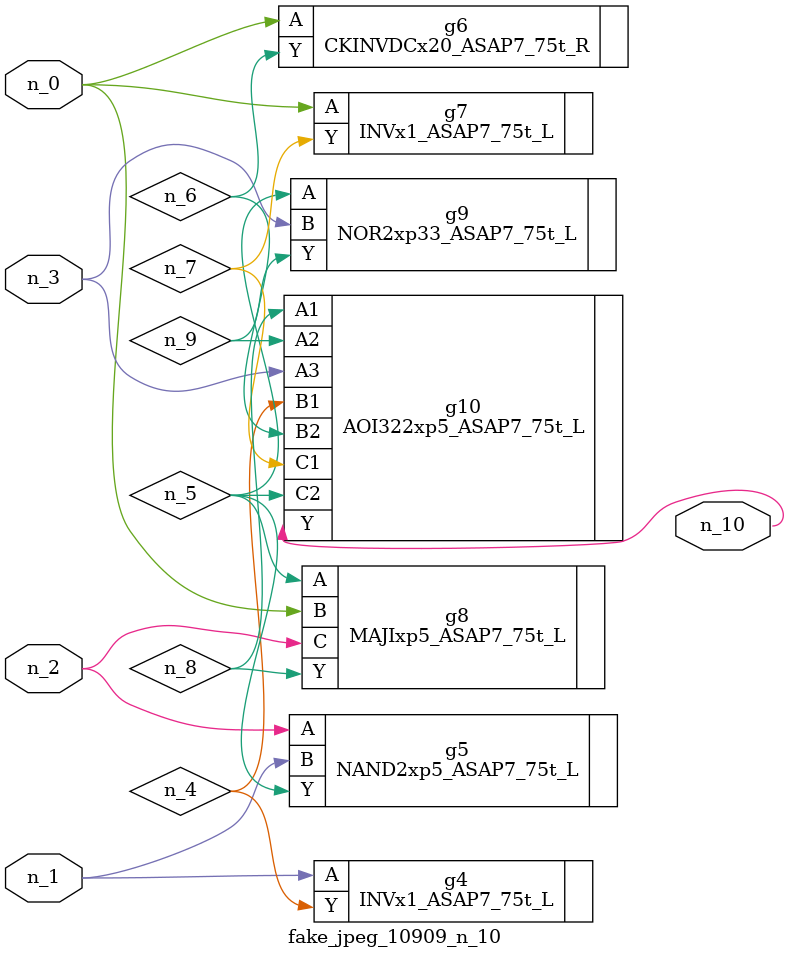
<source format=v>
module fake_jpeg_10909_n_10 (n_0, n_3, n_2, n_1, n_10);

input n_0;
input n_3;
input n_2;
input n_1;

output n_10;

wire n_4;
wire n_8;
wire n_9;
wire n_6;
wire n_5;
wire n_7;

INVx1_ASAP7_75t_L g4 ( 
.A(n_1),
.Y(n_4)
);

NAND2xp5_ASAP7_75t_L g5 ( 
.A(n_2),
.B(n_1),
.Y(n_5)
);

CKINVDCx20_ASAP7_75t_R g6 ( 
.A(n_0),
.Y(n_6)
);

INVx1_ASAP7_75t_L g7 ( 
.A(n_0),
.Y(n_7)
);

MAJIxp5_ASAP7_75t_L g8 ( 
.A(n_5),
.B(n_0),
.C(n_2),
.Y(n_8)
);

AOI322xp5_ASAP7_75t_L g10 ( 
.A1(n_8),
.A2(n_9),
.A3(n_3),
.B1(n_4),
.B2(n_6),
.C1(n_7),
.C2(n_5),
.Y(n_10)
);

NOR2xp33_ASAP7_75t_L g9 ( 
.A(n_5),
.B(n_3),
.Y(n_9)
);


endmodule
</source>
